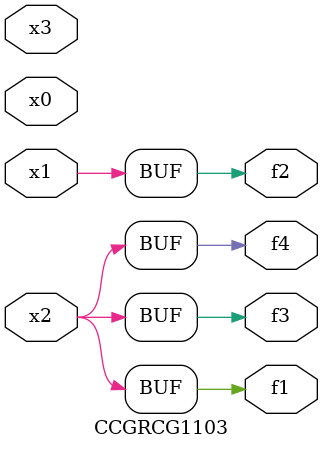
<source format=v>
module CCGRCG1103(
	input x0, x1, x2, x3,
	output f1, f2, f3, f4
);
	assign f1 = x2;
	assign f2 = x1;
	assign f3 = x2;
	assign f4 = x2;
endmodule

</source>
